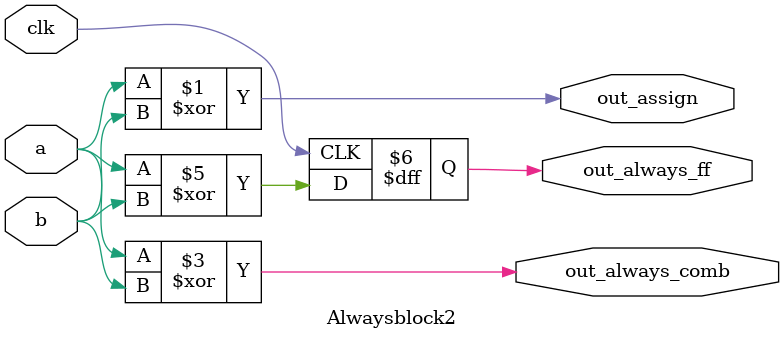
<source format=v>
module Alwaysblock2(
	input clk,
    input a,
    input b,
    output wire out_assign,
    output reg out_always_comb,
    output reg out_always_ff
    );
	
	assign out_assign = a ^ b;
	always@(*) out_always_comb = a ^ b;
	always@(posedge clk) out_always_ff = a ^ b;
endmodule

</source>
